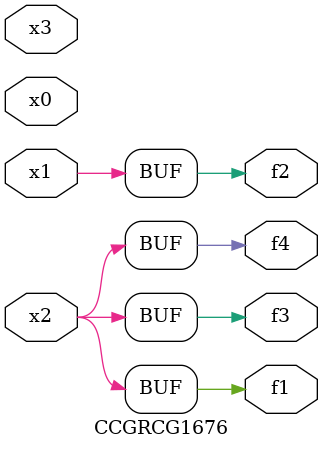
<source format=v>
module CCGRCG1676(
	input x0, x1, x2, x3,
	output f1, f2, f3, f4
);
	assign f1 = x2;
	assign f2 = x1;
	assign f3 = x2;
	assign f4 = x2;
endmodule

</source>
